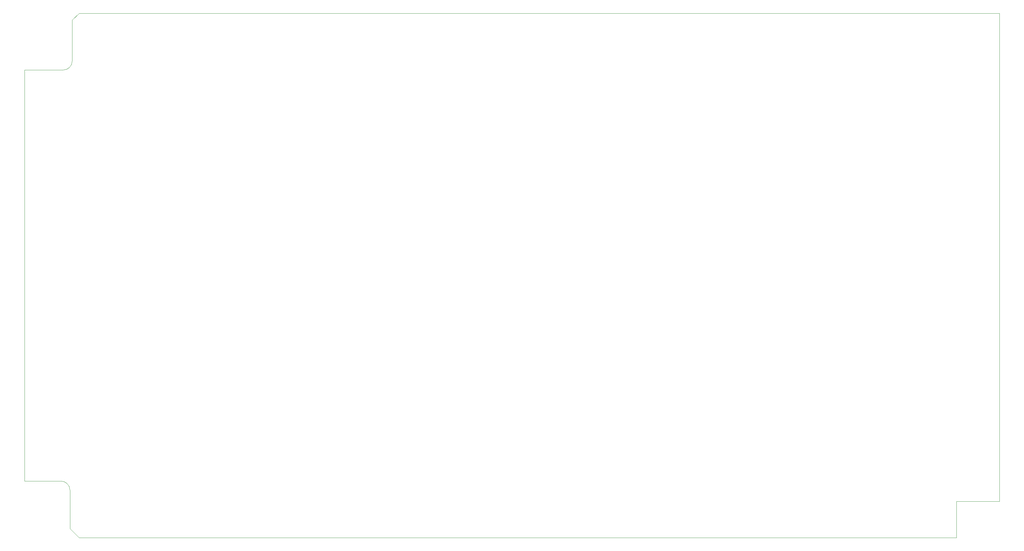
<source format=gm1>
G04 #@! TF.GenerationSoftware,KiCad,Pcbnew,(5.1.12)-1*
G04 #@! TF.CreationDate,2023-03-25T16:08:14+00:00*
G04 #@! TF.ProjectId,Decoder,4465636f-6465-4722-9e6b-696361645f70,1*
G04 #@! TF.SameCoordinates,Original*
G04 #@! TF.FileFunction,Profile,NP*
%FSLAX46Y46*%
G04 Gerber Fmt 4.6, Leading zero omitted, Abs format (unit mm)*
G04 Created by KiCad (PCBNEW (5.1.12)-1) date 2023-03-25 16:08:14*
%MOMM*%
%LPD*%
G01*
G04 APERTURE LIST*
G04 #@! TA.AperFunction,Profile*
%ADD10C,0.050000*%
G04 #@! TD*
G04 APERTURE END LIST*
D10*
X13335000Y-29845000D02*
X24130000Y-29845000D01*
X13335000Y-144780000D02*
X13335000Y-29845000D01*
X23495000Y-144780000D02*
X13335000Y-144780000D01*
X23495000Y-144780000D02*
G75*
G02*
X26035000Y-147320000I0J-2540000D01*
G01*
X26035000Y-158115000D02*
X26035000Y-147320000D01*
X28575000Y-160655000D02*
X26035000Y-158115000D01*
X26670000Y-27305000D02*
G75*
G02*
X24130000Y-29845000I-2540000J0D01*
G01*
X26670000Y-15875000D02*
X26670000Y-27305000D01*
X28575000Y-13970000D02*
X26670000Y-15875000D01*
X273685000Y-160655000D02*
X28575000Y-160655000D01*
X273685000Y-150495000D02*
X273685000Y-160655000D01*
X285750000Y-150495000D02*
X273685000Y-150495000D01*
X285750000Y-13970000D02*
X285750000Y-150495000D01*
X28575000Y-13970000D02*
X285750000Y-13970000D01*
M02*

</source>
